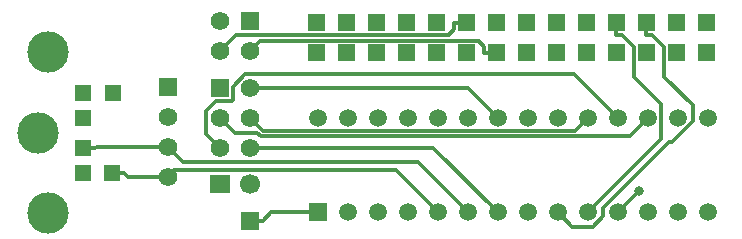
<source format=gtl>
G04 Layer: TopLayer*
G04 EasyEDA v6.5.5, 2022-06-07 12:17:47*
G04 816fe8a47c3545be857c20b100b7e496,0a780afeddf54f0185a1b1f5ac8a31da,10*
G04 Gerber Generator version 0.2*
G04 Scale: 100 percent, Rotated: No, Reflected: No *
G04 Dimensions in millimeters *
G04 leading zeros omitted , absolute positions ,4 integer and 5 decimal *
%FSLAX45Y45*%
%MOMM*%

%ADD11C,0.3000*%
%ADD12C,0.8000*%
%ADD14C,1.7000*%
%ADD15R,1.5748X1.5748*%
%ADD16C,1.5748*%
%ADD18R,1.5000X1.5000*%
%ADD19C,1.5000*%
%ADD20C,3.5001*%
%ADD21R,1.4224X1.4224*%

%LPD*%
D11*
X3729227Y-225755D02*
G01*
X3729227Y-276225D01*
X3678580Y-326872D01*
X1882876Y-326872D01*
X1742694Y-467055D01*
X3830193Y-225755D02*
G01*
X3729227Y-225755D01*
X3983227Y-479755D02*
G01*
X3983227Y-429285D01*
X3932554Y-378612D01*
X2085136Y-378612D01*
X1996693Y-467055D01*
X4084193Y-479755D02*
G01*
X3983227Y-479755D01*
X586739Y-1287779D02*
G01*
X688086Y-1287779D01*
X688086Y-1287779D02*
G01*
X698880Y-1276985D01*
X1299997Y-1276985D01*
X1299997Y-1276985D02*
G01*
X1431797Y-1408785D01*
X3421100Y-1408785D01*
X3844569Y-1832254D01*
X830579Y-1498600D02*
G01*
X931926Y-1498600D01*
X931926Y-1498600D02*
G01*
X964311Y-1530985D01*
X1299997Y-1530985D01*
X1299997Y-1530985D02*
G01*
X1355521Y-1475460D01*
X3233775Y-1475460D01*
X3590569Y-1832254D01*
X4606569Y-1832254D02*
G01*
X4727193Y-1952879D01*
X4900802Y-1952879D01*
X4987569Y-1866112D01*
X4987569Y-1793620D01*
X5542051Y-1239138D01*
X5568010Y-1239138D01*
X5749569Y-1057579D01*
X5749569Y-926845D01*
X5507050Y-684326D01*
X5507050Y-429107D01*
X5404662Y-326720D01*
X5354193Y-326720D01*
X5354193Y-225755D02*
G01*
X5354193Y-326720D01*
X5368569Y-1032255D02*
G01*
X5211597Y-1189228D01*
X2091613Y-1189228D01*
X2059482Y-1157096D01*
X1869694Y-1157096D01*
X1742694Y-1030096D01*
X4860569Y-1032255D02*
G01*
X4751476Y-1141348D01*
X2107945Y-1141348D01*
X1996693Y-1030096D01*
X1996693Y-1284096D02*
G01*
X3550411Y-1284096D01*
X4098569Y-1832254D01*
X2574569Y-1832254D02*
G01*
X2175560Y-1832254D01*
X2105659Y-1902155D01*
X1996693Y-1902155D02*
G01*
X2105659Y-1902155D01*
X5114569Y-1032255D02*
G01*
X4742840Y-660527D01*
X1957603Y-660527D01*
X1851863Y-766267D01*
X1851863Y-878306D01*
X1843100Y-887069D01*
X1712569Y-887069D01*
X1626514Y-973124D01*
X1626514Y-1167917D01*
X1742694Y-1284096D01*
X1996693Y-776096D02*
G01*
X3842410Y-776096D01*
X4098569Y-1032255D01*
X4860569Y-1832254D02*
G01*
X5480405Y-1212418D01*
X5480405Y-911682D01*
X5253050Y-684326D01*
X5253050Y-429107D01*
X5150662Y-326720D01*
X5100193Y-326720D01*
X5100193Y-225755D02*
G01*
X5100193Y-326720D01*
X5114569Y-1832254D02*
G01*
X5292674Y-1654149D01*
G36*
X1657695Y-1514381D02*
G01*
X1827695Y-1514381D01*
X1827695Y-1671861D01*
X1657695Y-1671861D01*
G37*
D14*
G01*
X1996693Y-1593121D03*
D15*
G01*
X1996693Y-1902155D03*
D16*
G01*
X1996693Y-1284089D03*
G01*
X1742694Y-1284089D03*
G01*
X1996693Y-1030089D03*
G01*
X1742694Y-1030089D03*
G01*
X1996693Y-776089D03*
D15*
G01*
X1742694Y-776089D03*
G01*
X1996688Y-213055D03*
D16*
G01*
X1996688Y-467055D03*
G01*
X1742688Y-213055D03*
G01*
X1742688Y-467055D03*
G36*
X2489456Y-409016D02*
G01*
X2630934Y-409016D01*
X2630934Y-550494D01*
X2489456Y-550494D01*
G37*
G36*
X2489456Y-155016D02*
G01*
X2630934Y-155016D01*
X2630934Y-296494D01*
X2489456Y-296494D01*
G37*
G36*
X2743456Y-409016D02*
G01*
X2884934Y-409016D01*
X2884934Y-550494D01*
X2743456Y-550494D01*
G37*
G36*
X2743456Y-155016D02*
G01*
X2884934Y-155016D01*
X2884934Y-296494D01*
X2743456Y-296494D01*
G37*
G36*
X2997456Y-409016D02*
G01*
X3138934Y-409016D01*
X3138934Y-550494D01*
X2997456Y-550494D01*
G37*
G36*
X2997456Y-155016D02*
G01*
X3138934Y-155016D01*
X3138934Y-296494D01*
X2997456Y-296494D01*
G37*
G36*
X3251456Y-409016D02*
G01*
X3392934Y-409016D01*
X3392934Y-550494D01*
X3251456Y-550494D01*
G37*
G36*
X3251456Y-155016D02*
G01*
X3392934Y-155016D01*
X3392934Y-296494D01*
X3251456Y-296494D01*
G37*
G36*
X3505456Y-409016D02*
G01*
X3646934Y-409016D01*
X3646934Y-550494D01*
X3505456Y-550494D01*
G37*
G36*
X3505456Y-155016D02*
G01*
X3646934Y-155016D01*
X3646934Y-296494D01*
X3505456Y-296494D01*
G37*
G36*
X3759456Y-409016D02*
G01*
X3900934Y-409016D01*
X3900934Y-550494D01*
X3759456Y-550494D01*
G37*
G36*
X3759456Y-155016D02*
G01*
X3900934Y-155016D01*
X3900934Y-296494D01*
X3759456Y-296494D01*
G37*
G36*
X4013456Y-409016D02*
G01*
X4154934Y-409016D01*
X4154934Y-550494D01*
X4013456Y-550494D01*
G37*
G36*
X4013456Y-155016D02*
G01*
X4154934Y-155016D01*
X4154934Y-296494D01*
X4013456Y-296494D01*
G37*
G36*
X4267456Y-409016D02*
G01*
X4408934Y-409016D01*
X4408934Y-550494D01*
X4267456Y-550494D01*
G37*
G36*
X4267456Y-155016D02*
G01*
X4408934Y-155016D01*
X4408934Y-296494D01*
X4267456Y-296494D01*
G37*
G36*
X4521456Y-409016D02*
G01*
X4662934Y-409016D01*
X4662934Y-550494D01*
X4521456Y-550494D01*
G37*
G36*
X4521456Y-155016D02*
G01*
X4662934Y-155016D01*
X4662934Y-296494D01*
X4521456Y-296494D01*
G37*
G36*
X4775456Y-409016D02*
G01*
X4916934Y-409016D01*
X4916934Y-550494D01*
X4775456Y-550494D01*
G37*
G36*
X4775456Y-155016D02*
G01*
X4916934Y-155016D01*
X4916934Y-296494D01*
X4775456Y-296494D01*
G37*
G36*
X5029456Y-409016D02*
G01*
X5170934Y-409016D01*
X5170934Y-550494D01*
X5029456Y-550494D01*
G37*
G36*
X5029456Y-155016D02*
G01*
X5170934Y-155016D01*
X5170934Y-296494D01*
X5029456Y-296494D01*
G37*
G36*
X5283456Y-409016D02*
G01*
X5424934Y-409016D01*
X5424934Y-550494D01*
X5283456Y-550494D01*
G37*
G36*
X5283456Y-155016D02*
G01*
X5424934Y-155016D01*
X5424934Y-296494D01*
X5283456Y-296494D01*
G37*
G36*
X5537456Y-409016D02*
G01*
X5678934Y-409016D01*
X5678934Y-550494D01*
X5537456Y-550494D01*
G37*
G36*
X5537456Y-155016D02*
G01*
X5678934Y-155016D01*
X5678934Y-296494D01*
X5537456Y-296494D01*
G37*
G36*
X5791456Y-409016D02*
G01*
X5932934Y-409016D01*
X5932934Y-550494D01*
X5791456Y-550494D01*
G37*
G36*
X5791456Y-155016D02*
G01*
X5932934Y-155016D01*
X5932934Y-296494D01*
X5791456Y-296494D01*
G37*
D18*
G01*
X2574556Y-1832254D03*
D19*
G01*
X2828556Y-1832254D03*
G01*
X3082556Y-1832254D03*
G01*
X3336556Y-1832254D03*
G01*
X3590556Y-1832254D03*
G01*
X3844556Y-1832254D03*
G01*
X4098556Y-1832254D03*
G01*
X4352556Y-1832254D03*
G01*
X4606556Y-1832254D03*
G01*
X4860556Y-1832254D03*
G01*
X5114556Y-1832254D03*
G01*
X5368556Y-1832254D03*
G01*
X5622556Y-1832254D03*
G01*
X5876556Y-1832254D03*
G01*
X2574556Y-1032255D03*
G01*
X2828556Y-1032255D03*
G01*
X3082556Y-1032255D03*
G01*
X3336556Y-1032255D03*
G01*
X3590556Y-1032255D03*
G01*
X3844556Y-1032255D03*
G01*
X4098556Y-1032255D03*
G01*
X4352556Y-1032255D03*
G01*
X4606556Y-1032255D03*
G01*
X4860556Y-1032255D03*
G01*
X5114556Y-1032255D03*
G01*
X5368556Y-1032255D03*
G01*
X5622556Y-1032255D03*
G01*
X5876556Y-1032255D03*
D20*
G01*
X287020Y-477520D03*
G01*
X287020Y-1833879D03*
G01*
X205739Y-1158239D03*
D21*
G01*
X586739Y-1028700D03*
G01*
X586739Y-1287779D03*
G01*
X586739Y-1498600D03*
G01*
X586739Y-817879D03*
G01*
X835660Y-817879D03*
G01*
X830579Y-1498600D03*
D15*
G01*
X1299997Y-768997D03*
D16*
G01*
X1299997Y-1022997D03*
G01*
X1299997Y-1276997D03*
G01*
X1299997Y-1530997D03*
D12*
G01*
X5292674Y-1654149D03*
M02*

</source>
